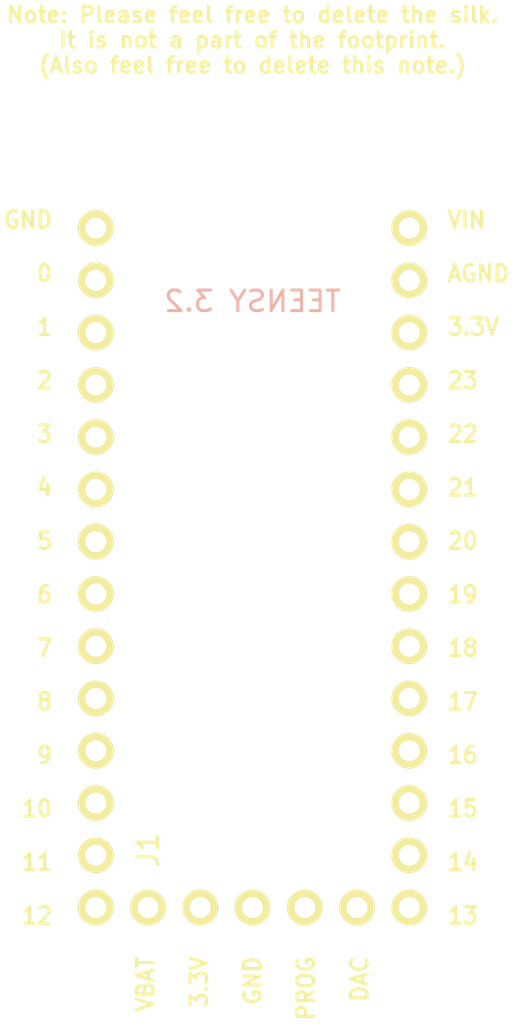
<source format=kicad_pcb>
(kicad_pcb (version 4) (host pcbnew 4.0.1-3.201512221402+6198~38~ubuntu14.04.1-stable)

  (general
    (links 3)
    (no_connects 3)
    (area 90.819514 61.5188 178.510001 123.265001)
    (thickness 1.6)
    (drawings 21)
    (tracks 0)
    (zones 0)
    (modules 1)
    (nets 3)
  )

  (page A4)
  (title_block
    (company "This design uses a KiCad Teensy template created by Jenner at Wickerbox Electronics")
    (comment 1 "Released under the CERN Open Hardware License v1.2")
  )

  (layers
    (0 F.Cu signal)
    (31 B.Cu signal)
    (34 B.Paste user)
    (35 F.Paste user)
    (36 B.SilkS user)
    (37 F.SilkS user)
    (38 B.Mask user)
    (39 F.Mask user)
    (44 Edge.Cuts user)
    (46 B.CrtYd user hide)
    (47 F.CrtYd user)
    (48 B.Fab user hide)
    (49 F.Fab user hide)
  )

  (setup
    (last_trace_width 0.254)
    (user_trace_width 0.1524)
    (user_trace_width 0.254)
    (user_trace_width 0.3302)
    (user_trace_width 0.508)
    (user_trace_width 0.762)
    (user_trace_width 1.27)
    (trace_clearance 0.254)
    (zone_clearance 0.508)
    (zone_45_only no)
    (trace_min 0.1524)
    (segment_width 0.15)
    (edge_width 0.15)
    (via_size 0.6858)
    (via_drill 0.3302)
    (via_min_size 0.6858)
    (via_min_drill 0.3302)
    (user_via 0.6858 0.3302)
    (user_via 0.762 0.4064)
    (user_via 0.8636 0.508)
    (uvia_size 0.6858)
    (uvia_drill 0.3302)
    (uvias_allowed no)
    (uvia_min_size 0)
    (uvia_min_drill 0)
    (pcb_text_width 0.1524)
    (pcb_text_size 0.762 0.762)
    (mod_edge_width 0.15)
    (mod_text_size 0.762 0.762)
    (mod_text_width 0.1524)
    (pad_size 1.7272 1.7272)
    (pad_drill 1.016)
    (pad_to_mask_clearance 0.0762)
    (solder_mask_min_width 0.1016)
    (aux_axis_origin 0 0)
    (visible_elements FFFEDF7D)
    (pcbplotparams
      (layerselection 0x010fc_80000001)
      (usegerberextensions true)
      (excludeedgelayer true)
      (linewidth 0.100000)
      (plotframeref false)
      (viasonmask false)
      (mode 1)
      (useauxorigin false)
      (hpglpennumber 1)
      (hpglpenspeed 20)
      (hpglpendiameter 15)
      (hpglpenoverlay 2)
      (psnegative false)
      (psa4output false)
      (plotreference true)
      (plotvalue true)
      (plotinvisibletext false)
      (padsonsilk false)
      (subtractmaskfromsilk false)
      (outputformat 1)
      (mirror false)
      (drillshape 0)
      (scaleselection 1)
      (outputdirectory test-board-gerbers))
  )

  (net 0 "")
  (net 1 GND)
  (net 2 +3V3)

  (net_class Default "This is the default net class."
    (clearance 0.254)
    (trace_width 0.254)
    (via_dia 0.6858)
    (via_drill 0.3302)
    (uvia_dia 0.6858)
    (uvia_drill 0.3302)
    (add_net +3V3)
    (add_net GND)
  )

  (module TEENSY-LC (layer F.Cu) (tedit 5737ABFA) (tstamp 57379F2D)
    (at 105.41 82.804)
    (path /57379A54)
    (fp_text reference J1 (at -7.62 20.066 270) (layer F.SilkS)
      (effects (font (size 1 1) (thickness 0.15)))
    )
    (fp_text value "TEENSY LC" (at -2.54 20.32 180) (layer F.Fab)
      (effects (font (size 1 1) (thickness 0.15)))
    )
    (fp_text user "TEENSY 3.2" (at -2.54 -6.604) (layer B.SilkS)
      (effects (font (size 1 1) (thickness 0.15)) (justify mirror))
    )
    (fp_line (start -11.43 24.13) (end 6.35 24.13) (layer F.CrtYd) (width 0.1524))
    (fp_line (start -11.43 -11.43) (end -11.43 24.13) (layer F.CrtYd) (width 0.1524))
    (fp_line (start 6.35 -11.43) (end -11.43 -11.43) (layer F.CrtYd) (width 0.1524))
    (fp_line (start 6.35 24.13) (end 6.35 -11.43) (layer F.CrtYd) (width 0.1524))
    (pad G1 thru_hole circle (at -10.16 -10.16) (size 1.7272 1.7272) (drill 1.016) (layers *.Cu *.Mask F.SilkS)
      (net 1 GND))
    (pad 0 thru_hole circle (at -10.16 -7.62) (size 1.7272 1.7272) (drill 1.016) (layers *.Cu *.Mask F.SilkS))
    (pad 1 thru_hole circle (at -10.16 -5.08) (size 1.7272 1.7272) (drill 1.016) (layers *.Cu *.Mask F.SilkS))
    (pad 2 thru_hole circle (at -10.16 -2.54) (size 1.7272 1.7272) (drill 1.016) (layers *.Cu *.Mask F.SilkS))
    (pad 3 thru_hole circle (at -10.16 0) (size 1.7272 1.7272) (drill 1.016) (layers *.Cu *.Mask F.SilkS))
    (pad 4 thru_hole circle (at -10.16 2.54) (size 1.7272 1.7272) (drill 1.016) (layers *.Cu *.Mask F.SilkS))
    (pad 5 thru_hole circle (at -10.16 5.08) (size 1.7272 1.7272) (drill 1.016) (layers *.Cu *.Mask F.SilkS))
    (pad 6 thru_hole circle (at -10.16 7.62) (size 1.7272 1.7272) (drill 1.016) (layers *.Cu *.Mask F.SilkS))
    (pad 7 thru_hole circle (at -10.16 10.16) (size 1.7272 1.7272) (drill 1.016) (layers *.Cu *.Mask F.SilkS))
    (pad 8 thru_hole circle (at -10.16 12.7) (size 1.7272 1.7272) (drill 1.016) (layers *.Cu *.Mask F.SilkS))
    (pad 9 thru_hole circle (at -10.16 15.24) (size 1.7272 1.7272) (drill 1.016) (layers *.Cu *.Mask F.SilkS))
    (pad 10 thru_hole circle (at -10.16 17.78) (size 1.7272 1.7272) (drill 1.016) (layers *.Cu *.Mask F.SilkS))
    (pad 11 thru_hole circle (at -10.16 20.32) (size 1.7272 1.7272) (drill 1.016) (layers *.Cu *.Mask F.SilkS))
    (pad 12 thru_hole circle (at -10.16 22.86) (size 1.7272 1.7272) (drill 1.016) (layers *.Cu *.Mask F.SilkS))
    (pad 17A thru_hole circle (at -7.62 22.86) (size 1.7272 1.7272) (drill 1.016) (layers *.Cu *.Mask F.SilkS))
    (pad 3V1 thru_hole circle (at -5.08 22.86) (size 1.7272 1.7272) (drill 1.016) (layers *.Cu *.Mask F.SilkS)
      (net 2 +3V3))
    (pad G2 thru_hole circle (at -2.54 22.86) (size 1.7272 1.7272) (drill 1.016) (layers *.Cu *.Mask F.SilkS)
      (net 1 GND))
    (pad PGM thru_hole circle (at 0 22.86) (size 1.7272 1.7272) (drill 1.016) (layers *.Cu *.Mask F.SilkS))
    (pad DAC thru_hole circle (at 2.54 22.86) (size 1.7272 1.7272) (drill 1.016) (layers *.Cu *.Mask F.SilkS))
    (pad 13 thru_hole circle (at 5.08 22.86) (size 1.7272 1.7272) (drill 1.016) (layers *.Cu *.Mask F.SilkS))
    (pad 16 thru_hole circle (at 5.08 15.24) (size 1.7272 1.7272) (drill 1.016) (layers *.Cu *.Mask F.SilkS))
    (pad 3V2 thru_hole circle (at 5.08 -5.08) (size 1.7272 1.7272) (drill 1.016) (layers *.Cu *.Mask F.SilkS)
      (net 2 +3V3))
    (pad 18 thru_hole circle (at 5.08 10.16) (size 1.7272 1.7272) (drill 1.016) (layers *.Cu *.Mask F.SilkS))
    (pad 17 thru_hole circle (at 5.08 12.7) (size 1.7272 1.7272) (drill 1.016) (layers *.Cu *.Mask F.SilkS))
    (pad G3 thru_hole circle (at 5.08 -7.62) (size 1.7272 1.7272) (drill 1.016) (layers *.Cu *.Mask F.SilkS)
      (net 1 GND))
    (pad 22 thru_hole circle (at 5.08 0) (size 1.7272 1.7272) (drill 1.016) (layers *.Cu *.Mask F.SilkS))
    (pad VIN thru_hole circle (at 5.08 -10.16) (size 1.7272 1.7272) (drill 1.016) (layers *.Cu *.Mask F.SilkS))
    (pad 21 thru_hole circle (at 5.08 2.54) (size 1.7272 1.7272) (drill 1.016) (layers *.Cu *.Mask F.SilkS))
    (pad 20 thru_hole circle (at 5.08 5.08) (size 1.7272 1.7272) (drill 1.016) (layers *.Cu *.Mask F.SilkS))
    (pad 19 thru_hole circle (at 5.08 7.62) (size 1.7272 1.7272) (drill 1.016) (layers *.Cu *.Mask F.SilkS))
    (pad 23 thru_hole circle (at 5.08 -2.54) (size 1.7272 1.7272) (drill 1.016) (layers *.Cu *.Mask F.SilkS))
    (pad 14 thru_hole circle (at 5.08 20.32) (size 1.7272 1.7272) (drill 1.016) (layers *.Cu *.Mask F.SilkS))
    (pad 15 thru_hole circle (at 5.08 17.78) (size 1.7272 1.7272) (drill 1.016) (layers *.Cu *.Mask F.SilkS))
  )

  (gr_text "Note: Please feel free to delete the silk.\nIt is not a part of the footprint.\n(Also feel free to delete this note.)" (at 102.87 63.5) (layer F.SilkS)
    (effects (font (size 0.762 0.762) (thickness 0.1524)))
  )
  (gr_text "VIN\n\nAGND\n\n3.3V\n\n23\n\n22\n\n21\n\n20\n\n19\n\n18\n\n17\n\n16\n\n15\n\n14\n\n13\n" (at 112.268 89.154) (layer F.SilkS)
    (effects (font (size 0.80772 0.762) (thickness 0.1524)) (justify left))
  )
  (gr_text "GND\n\n0\n\n1\n\n2\n\n3\n\n4\n\n5\n\n6\n\n7\n\n8\n\n9\n\n10\n\n11\n\n12" (at 93.218 89.154) (layer F.SilkS) (tstamp 5737A2C9)
    (effects (font (size 0.80772 0.762) (thickness 0.1524)) (justify right))
  )
  (gr_text "VBAT\n\n3.3V\n\nGND\n\nPROG\n\nDAC" (at 102.87 107.95 90) (layer F.SilkS) (tstamp 5737A2FF)
    (effects (font (size 0.80772 0.762) (thickness 0.1524)) (justify right))
  )
  (gr_circle (center 117.348 76.962) (end 118.618 76.962) (layer Dwgs.User) (width 0.15))
  (gr_line (start 114.427 78.994) (end 114.427 74.93) (angle 90) (layer Dwgs.User) (width 0.15))
  (gr_line (start 120.269 78.994) (end 114.427 78.994) (angle 90) (layer Dwgs.User) (width 0.15))
  (gr_line (start 120.269 74.93) (end 120.269 78.994) (angle 90) (layer Dwgs.User) (width 0.15))
  (gr_line (start 114.427 74.93) (end 120.269 74.93) (angle 90) (layer Dwgs.User) (width 0.15))
  (gr_line (start 120.523 93.98) (end 104.648 93.98) (angle 90) (layer Dwgs.User) (width 0.15))
  (gr_line (start 173.355 102.235) (end 173.355 94.615) (angle 90) (layer Dwgs.User) (width 0.15))
  (gr_line (start 178.435 102.235) (end 173.355 102.235) (angle 90) (layer Dwgs.User) (width 0.15))
  (gr_line (start 178.435 94.615) (end 178.435 102.235) (angle 90) (layer Dwgs.User) (width 0.15))
  (gr_line (start 173.355 94.615) (end 178.435 94.615) (angle 90) (layer Dwgs.User) (width 0.15))
  (gr_line (start 109.093 123.19) (end 109.093 114.3) (angle 90) (layer Dwgs.User) (width 0.15))
  (gr_line (start 122.428 123.19) (end 109.093 123.19) (angle 90) (layer Dwgs.User) (width 0.15))
  (gr_line (start 122.428 114.3) (end 122.428 123.19) (angle 90) (layer Dwgs.User) (width 0.15))
  (gr_line (start 109.093 114.3) (end 122.428 114.3) (angle 90) (layer Dwgs.User) (width 0.15))
  (gr_line (start 104.648 93.98) (end 104.648 82.55) (angle 90) (layer Dwgs.User) (width 0.15))
  (gr_line (start 120.523 82.55) (end 120.523 93.98) (angle 90) (layer Dwgs.User) (width 0.15))
  (gr_line (start 104.648 82.55) (end 120.523 82.55) (angle 90) (layer Dwgs.User) (width 0.15))

)

</source>
